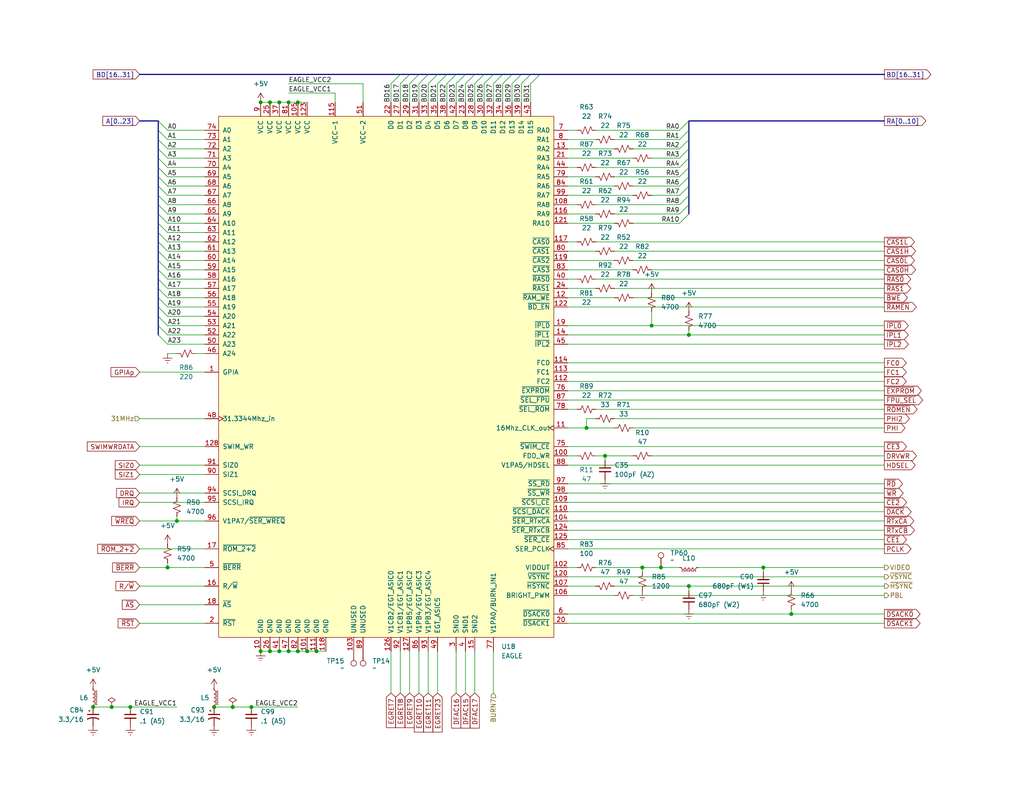
<source format=kicad_sch>
(kicad_sch (version 20250114) (generator "eeschema") (generator_version "9.0")
  (paper "USLetter")
  (title_block (title "Macintosh Classic II") (date "2025-05-25") (company "Apple Computer") (comment 1 "drawn by Bradley Bell"))
  (junction (at 30.48 193.04))
  (junction (at 187.96 91.44))
  (junction (at 76.2 27.94))
  (junction (at 83.82 177.8))
  (junction (at 35.56 193.04))
  (junction (at 73.66 27.94))
  (junction (at 78.74 177.8))
  (junction (at 81.28 177.8))
  (junction (at 175.26 154.94))
  (junction (at 86.36 177.8))
  (junction (at 58.42 193.04))
  (junction (at 177.8 88.9))
  (junction (at 25.4 193.04))
  (junction (at 81.28 27.94))
  (junction (at 187.96 160.02))
  (junction (at 71.12 27.94))
  (junction (at 73.66 177.8))
  (junction (at 160.02 116.84))
  (junction (at 165.1 124.46))
  (junction (at 76.2 177.8))
  (junction (at 180.34 154.94))
  (junction (at 78.74 27.94))
  (junction (at 68.58 193.04))
  (junction (at 63.5 193.04))
  (junction (at 48.26 142.24))
  (junction (at 215.9 167.64))
  (junction (at 45.72 154.94))
  (junction (at 208.28 154.94))
  (junction (at 71.12 177.8))
  (bus_entry (at 43.18 33.02) (size 2.54 2.54))
  (bus_entry (at 185.42 40.64) (size 2.54 -2.54))
  (bus_entry (at 185.42 55.88) (size 2.54 -2.54))
  (bus_entry (at 185.42 38.1) (size 2.54 -2.54))
  (bus_entry (at 185.42 53.34) (size 2.54 -2.54))
  (bus_entry (at 43.18 66.04) (size 2.54 2.54))
  (bus_entry (at 185.42 45.72) (size 2.54 -2.54))
  (bus_entry (at 43.18 68.58) (size 2.54 2.54))
  (bus_entry (at 185.42 48.26) (size 2.54 -2.54))
  (bus_entry (at 43.18 88.9) (size 2.54 2.54))
  (bus_entry (at 142.24 22.86) (size 2.54 -2.54))
  (bus_entry (at 116.84 22.86) (size 2.54 -2.54))
  (bus_entry (at 43.18 53.34) (size 2.54 2.54))
  (bus_entry (at 43.18 63.5) (size 2.54 2.54))
  (bus_entry (at 43.18 38.1) (size 2.54 2.54))
  (bus_entry (at 43.18 81.28) (size 2.54 2.54))
  (bus_entry (at 43.18 83.82) (size 2.54 2.54))
  (bus_entry (at 43.18 55.88) (size 2.54 2.54))
  (bus_entry (at 43.18 40.64) (size 2.54 2.54))
  (bus_entry (at 109.22 22.86) (size 2.54 -2.54))
  (bus_entry (at 43.18 71.12) (size 2.54 2.54))
  (bus_entry (at 43.18 73.66) (size 2.54 2.54))
  (bus_entry (at 124.46 22.86) (size 2.54 -2.54))
  (bus_entry (at 185.42 58.42) (size 2.54 -2.54))
  (bus_entry (at 134.62 22.86) (size 2.54 -2.54))
  (bus_entry (at 129.54 22.86) (size 2.54 -2.54))
  (bus_entry (at 43.18 60.96) (size 2.54 2.54))
  (bus_entry (at 43.18 58.42) (size 2.54 2.54))
  (bus_entry (at 43.18 45.72) (size 2.54 2.54))
  (bus_entry (at 114.3 22.86) (size 2.54 -2.54))
  (bus_entry (at 121.92 22.86) (size 2.54 -2.54))
  (bus_entry (at 137.16 22.86) (size 2.54 -2.54))
  (bus_entry (at 127 22.86) (size 2.54 -2.54))
  (bus_entry (at 185.42 50.8) (size 2.54 -2.54))
  (bus_entry (at 43.18 86.36) (size 2.54 2.54))
  (bus_entry (at 144.78 22.86) (size 2.54 -2.54))
  (bus_entry (at 185.42 35.56) (size 2.54 -2.54))
  (bus_entry (at 185.42 60.96) (size 2.54 -2.54))
  (bus_entry (at 43.18 78.74) (size 2.54 2.54))
  (bus_entry (at 43.18 50.8) (size 2.54 2.54))
  (bus_entry (at 139.7 22.86) (size 2.54 -2.54))
  (bus_entry (at 43.18 43.18) (size 2.54 2.54))
  (bus_entry (at 43.18 35.56) (size 2.54 2.54))
  (bus_entry (at 43.18 76.2) (size 2.54 2.54))
  (bus_entry (at 119.38 22.86) (size 2.54 -2.54))
  (bus_entry (at 43.18 48.26) (size 2.54 2.54))
  (bus_entry (at 185.42 43.18) (size 2.54 -2.54))
  (bus_entry (at 111.76 22.86) (size 2.54 -2.54))
  (bus_entry (at 132.08 22.86) (size 2.54 -2.54))
  (bus_entry (at 43.18 91.44) (size 2.54 2.54))
  (bus_entry (at 106.68 22.86) (size 2.54 -2.54))
  (wire (pts (xy 172.72 73.66) (xy 154.94 73.66)))
  (wire (pts (xy 154.94 160.02) (xy 162.56 160.02)))
  (wire (pts (xy 45.72 60.96) (xy 55.88 60.96)))
  (wire (pts (xy 38.1 114.3) (xy 55.88 114.3)))
  (wire (pts (xy 45.72 68.58) (xy 55.88 68.58)))
  (bus (pts (xy 144.78 20.32) (xy 147.32 20.32)))
  (wire (pts (xy 81.28 27.94) (xy 83.82 27.94)))
  (wire (pts (xy 109.22 189.23) (xy 109.22 177.8)))
  (bus (pts (xy 142.24 20.32) (xy 144.78 20.32)))
  (wire (pts (xy 175.26 154.94) (xy 162.56 154.94)))
  (bus (pts (xy 43.18 50.8) (xy 43.18 48.26)))
  (bus (pts (xy 116.84 20.32) (xy 119.38 20.32)))
  (wire (pts (xy 160.02 114.3) (xy 160.02 116.84)))
  (wire (pts (xy 71.12 177.8) (xy 73.66 177.8)))
  (wire (pts (xy 160.02 116.84) (xy 154.94 116.84)))
  (wire (pts (xy 162.56 38.1) (xy 154.94 38.1)))
  (bus (pts (xy 43.18 86.36) (xy 43.18 83.82)))
  (bus (pts (xy 124.46 20.32) (xy 127 20.32)))
  (wire (pts (xy 187.96 90.17) (xy 187.96 91.44)))
  (wire (pts (xy 45.72 35.56) (xy 55.88 35.56)))
  (wire (pts (xy 124.46 189.23) (xy 124.46 177.8)))
  (wire (pts (xy 241.3 88.9) (xy 177.8 88.9)))
  (bus (pts (xy 187.96 45.72) (xy 187.96 43.18)))
  (wire (pts (xy 78.74 22.86) (xy 99.06 22.86)))
  (bus (pts (xy 43.18 81.28) (xy 43.18 78.74)))
  (wire (pts (xy 38.1 134.62) (xy 55.88 134.62)))
  (bus (pts (xy 43.18 55.88) (xy 43.18 53.34)))
  (wire (pts (xy 185.42 38.1) (xy 167.64 38.1)))
  (wire (pts (xy 83.82 177.8) (xy 86.36 177.8)))
  (wire (pts (xy 241.3 170.18) (xy 154.94 170.18)))
  (wire (pts (xy 45.72 48.26) (xy 55.88 48.26)))
  (wire (pts (xy 106.68 189.23) (xy 106.68 177.8)))
  (wire (pts (xy 154.94 139.7) (xy 241.3 139.7)))
  (wire (pts (xy 241.3 73.66) (xy 177.8 73.66)))
  (wire (pts (xy 157.48 55.88) (xy 154.94 55.88)))
  (wire (pts (xy 162.56 66.04) (xy 241.3 66.04)))
  (wire (pts (xy 167.64 78.74) (xy 241.3 78.74)))
  (bus (pts (xy 139.7 20.32) (xy 142.24 20.32)))
  (wire (pts (xy 185.42 48.26) (xy 167.64 48.26)))
  (bus (pts (xy 187.96 55.88) (xy 187.96 53.34)))
  (wire (pts (xy 154.94 99.06) (xy 241.3 99.06)))
  (wire (pts (xy 167.64 60.96) (xy 154.94 60.96)))
  (wire (pts (xy 78.74 27.94) (xy 81.28 27.94)))
  (wire (pts (xy 165.1 124.46) (xy 165.1 125.73)))
  (wire (pts (xy 157.48 35.56) (xy 154.94 35.56)))
  (bus (pts (xy 43.18 63.5) (xy 43.18 60.96)))
  (wire (pts (xy 114.3 189.23) (xy 114.3 177.8)))
  (wire (pts (xy 48.26 142.24) (xy 55.88 142.24)))
  (wire (pts (xy 167.64 160.02) (xy 187.96 160.02)))
  (wire (pts (xy 241.3 114.3) (xy 167.64 114.3)))
  (wire (pts (xy 38.1 121.92) (xy 55.88 121.92)))
  (wire (pts (xy 124.46 22.86) (xy 124.46 27.94)))
  (wire (pts (xy 241.3 116.84) (xy 172.72 116.84)))
  (wire (pts (xy 154.94 137.16) (xy 241.3 137.16)))
  (bus (pts (xy 43.18 48.26) (xy 43.18 45.72)))
  (wire (pts (xy 177.8 88.9) (xy 154.94 88.9)))
  (wire (pts (xy 241.3 83.82) (xy 154.94 83.82)))
  (bus (pts (xy 43.18 66.04) (xy 43.18 63.5)))
  (bus (pts (xy 43.18 88.9) (xy 43.18 86.36)))
  (wire (pts (xy 111.76 22.86) (xy 111.76 27.94)))
  (bus (pts (xy 43.18 76.2) (xy 43.18 73.66)))
  (wire (pts (xy 185.42 40.64) (xy 172.72 40.64)))
  (wire (pts (xy 45.72 78.74) (xy 55.88 78.74)))
  (wire (pts (xy 167.64 40.64) (xy 154.94 40.64)))
  (wire (pts (xy 208.28 154.94) (xy 241.3 154.94)))
  (wire (pts (xy 241.3 167.64) (xy 215.9 167.64)))
  (wire (pts (xy 154.94 109.22) (xy 241.3 109.22)))
  (bus (pts (xy 132.08 20.32) (xy 134.62 20.32)))
  (wire (pts (xy 165.1 124.46) (xy 162.56 124.46)))
  (wire (pts (xy 45.72 58.42) (xy 55.88 58.42)))
  (wire (pts (xy 154.94 101.6) (xy 241.3 101.6)))
  (wire (pts (xy 109.22 22.86) (xy 109.22 27.94)))
  (wire (pts (xy 68.58 193.04) (xy 63.5 193.04)))
  (wire (pts (xy 71.12 27.94) (xy 73.66 27.94)))
  (wire (pts (xy 162.56 114.3) (xy 160.02 114.3)))
  (wire (pts (xy 45.72 93.98) (xy 55.88 93.98)))
  (wire (pts (xy 154.94 149.86) (xy 241.3 149.86)))
  (wire (pts (xy 38.1 137.16) (xy 55.88 137.16)))
  (wire (pts (xy 38.1 160.02) (xy 55.88 160.02)))
  (wire (pts (xy 121.92 22.86) (xy 121.92 27.94)))
  (wire (pts (xy 45.72 73.66) (xy 55.88 73.66)))
  (wire (pts (xy 187.96 91.44) (xy 154.94 91.44)))
  (wire (pts (xy 162.56 68.58) (xy 154.94 68.58)))
  (wire (pts (xy 38.1 170.18) (xy 55.88 170.18)))
  (bus (pts (xy 43.18 91.44) (xy 43.18 88.9)))
  (wire (pts (xy 185.42 154.94) (xy 180.34 154.94)))
  (wire (pts (xy 78.74 25.4) (xy 91.44 25.4)))
  (wire (pts (xy 241.3 71.12) (xy 172.72 71.12)))
  (wire (pts (xy 35.56 193.04) (xy 48.26 193.04)))
  (wire (pts (xy 45.72 81.28) (xy 55.88 81.28)))
  (bus (pts (xy 187.96 50.8) (xy 187.96 48.26)))
  (wire (pts (xy 172.72 53.34) (xy 154.94 53.34)))
  (wire (pts (xy 53.34 96.52) (xy 55.88 96.52)))
  (wire (pts (xy 208.28 154.94) (xy 208.28 156.21)))
  (bus (pts (xy 187.96 40.64) (xy 187.96 38.1)))
  (wire (pts (xy 134.62 22.86) (xy 134.62 27.94)))
  (bus (pts (xy 119.38 20.32) (xy 121.92 20.32)))
  (wire (pts (xy 45.72 45.72) (xy 55.88 45.72)))
  (wire (pts (xy 185.42 58.42) (xy 167.64 58.42)))
  (wire (pts (xy 119.38 189.23) (xy 119.38 177.8)))
  (wire (pts (xy 38.1 129.54) (xy 55.88 129.54)))
  (bus (pts (xy 187.96 58.42) (xy 187.96 55.88)))
  (wire (pts (xy 154.94 93.98) (xy 241.3 93.98)))
  (bus (pts (xy 43.18 83.82) (xy 43.18 81.28)))
  (wire (pts (xy 45.72 53.34) (xy 55.88 53.34)))
  (bus (pts (xy 121.92 20.32) (xy 124.46 20.32)))
  (bus (pts (xy 137.16 20.32) (xy 139.7 20.32)))
  (wire (pts (xy 157.48 154.94) (xy 154.94 154.94)))
  (wire (pts (xy 81.28 193.04) (xy 68.58 193.04)))
  (wire (pts (xy 185.42 50.8) (xy 172.72 50.8)))
  (bus (pts (xy 187.96 43.18) (xy 187.96 40.64)))
  (wire (pts (xy 187.96 160.02) (xy 241.3 160.02)))
  (wire (pts (xy 154.94 132.08) (xy 241.3 132.08)))
  (wire (pts (xy 45.72 76.2) (xy 55.88 76.2)))
  (wire (pts (xy 157.48 45.72) (xy 154.94 45.72)))
  (wire (pts (xy 167.64 71.12) (xy 154.94 71.12)))
  (wire (pts (xy 177.8 43.18) (xy 185.42 43.18)))
  (bus (pts (xy 43.18 38.1) (xy 43.18 35.56)))
  (wire (pts (xy 129.54 22.86) (xy 129.54 27.94)))
  (wire (pts (xy 45.72 63.5) (xy 55.88 63.5)))
  (bus (pts (xy 43.18 71.12) (xy 43.18 68.58)))
  (wire (pts (xy 45.72 83.82) (xy 55.88 83.82)))
  (wire (pts (xy 241.3 144.78) (xy 154.94 144.78)))
  (wire (pts (xy 162.56 78.74) (xy 154.94 78.74)))
  (wire (pts (xy 172.72 124.46) (xy 165.1 124.46)))
  (bus (pts (xy 114.3 20.32) (xy 116.84 20.32)))
  (wire (pts (xy 45.72 153.67) (xy 45.72 154.94)))
  (wire (pts (xy 129.54 189.23) (xy 129.54 177.8)))
  (bus (pts (xy 111.76 20.32) (xy 114.3 20.32)))
  (wire (pts (xy 45.72 43.18) (xy 55.88 43.18)))
  (wire (pts (xy 241.3 81.28) (xy 172.72 81.28)))
  (bus (pts (xy 129.54 20.32) (xy 132.08 20.32)))
  (wire (pts (xy 185.42 60.96) (xy 172.72 60.96)))
  (wire (pts (xy 154.94 121.92) (xy 241.3 121.92)))
  (wire (pts (xy 241.3 162.56) (xy 172.72 162.56)))
  (wire (pts (xy 45.72 66.04) (xy 55.88 66.04)))
  (bus (pts (xy 43.18 78.74) (xy 43.18 76.2)))
  (wire (pts (xy 180.34 154.94) (xy 175.26 154.94)))
  (bus (pts (xy 43.18 68.58) (xy 43.18 66.04)))
  (wire (pts (xy 162.56 111.76) (xy 241.3 111.76)))
  (wire (pts (xy 132.08 22.86) (xy 132.08 27.94)))
  (bus (pts (xy 43.18 53.34) (xy 43.18 50.8)))
  (wire (pts (xy 127 177.8) (xy 127 189.23)))
  (wire (pts (xy 175.26 154.94) (xy 175.26 156.21)))
  (wire (pts (xy 241.3 157.48) (xy 154.94 157.48)))
  (wire (pts (xy 154.94 104.14) (xy 241.3 104.14)))
  (bus (pts (xy 43.18 40.64) (xy 43.18 38.1)))
  (wire (pts (xy 162.56 58.42) (xy 154.94 58.42)))
  (wire (pts (xy 91.44 25.4) (xy 91.44 27.94)))
  (wire (pts (xy 154.94 167.64) (xy 215.9 167.64)))
  (wire (pts (xy 55.88 127) (xy 38.1 127)))
  (bus (pts (xy 187.96 48.26) (xy 187.96 45.72)))
  (wire (pts (xy 116.84 177.8) (xy 116.84 189.23)))
  (bus (pts (xy 43.18 58.42) (xy 43.18 55.88)))
  (wire (pts (xy 177.8 53.34) (xy 185.42 53.34)))
  (wire (pts (xy 162.56 48.26) (xy 154.94 48.26)))
  (bus (pts (xy 38.1 20.32) (xy 109.22 20.32)))
  (wire (pts (xy 38.1 154.94) (xy 45.72 154.94)))
  (bus (pts (xy 187.96 38.1) (xy 187.96 35.56)))
  (wire (pts (xy 241.3 142.24) (xy 154.94 142.24)))
  (wire (pts (xy 167.64 68.58) (xy 241.3 68.58)))
  (wire (pts (xy 127 22.86) (xy 127 27.94)))
  (bus (pts (xy 109.22 20.32) (xy 111.76 20.32)))
  (wire (pts (xy 157.48 124.46) (xy 154.94 124.46)))
  (wire (pts (xy 45.72 154.94) (xy 55.88 154.94)))
  (wire (pts (xy 38.1 149.86) (xy 55.88 149.86)))
  (wire (pts (xy 45.72 50.8) (xy 55.88 50.8)))
  (bus (pts (xy 147.32 20.32) (xy 241.3 20.32)))
  (wire (pts (xy 111.76 189.23) (xy 111.76 177.8)))
  (bus (pts (xy 38.1 33.02) (xy 43.18 33.02)))
  (wire (pts (xy 48.26 140.97) (xy 48.26 142.24)))
  (wire (pts (xy 76.2 177.8) (xy 78.74 177.8)))
  (wire (pts (xy 142.24 22.86) (xy 142.24 27.94)))
  (wire (pts (xy 30.48 193.04) (xy 35.56 193.04)))
  (wire (pts (xy 167.64 81.28) (xy 154.94 81.28)))
  (wire (pts (xy 215.9 166.37) (xy 215.9 167.64)))
  (wire (pts (xy 139.7 22.86) (xy 139.7 27.94)))
  (wire (pts (xy 76.2 27.94) (xy 78.74 27.94)))
  (wire (pts (xy 157.48 66.04) (xy 154.94 66.04)))
  (wire (pts (xy 38.1 142.24) (xy 48.26 142.24)))
  (wire (pts (xy 86.36 177.8) (xy 88.9 177.8)))
  (wire (pts (xy 185.42 45.72) (xy 162.56 45.72)))
  (wire (pts (xy 154.94 147.32) (xy 241.3 147.32)))
  (bus (pts (xy 187.96 33.02) (xy 241.3 33.02)))
  (wire (pts (xy 81.28 177.8) (xy 83.82 177.8)))
  (wire (pts (xy 45.72 96.52) (xy 48.26 96.52)))
  (wire (pts (xy 185.42 55.88) (xy 162.56 55.88)))
  (bus (pts (xy 187.96 53.34) (xy 187.96 50.8)))
  (wire (pts (xy 167.64 50.8) (xy 154.94 50.8)))
  (wire (pts (xy 45.72 55.88) (xy 55.88 55.88)))
  (wire (pts (xy 190.5 154.94) (xy 208.28 154.94)))
  (wire (pts (xy 162.56 76.2) (xy 241.3 76.2)))
  (wire (pts (xy 154.94 134.62) (xy 241.3 134.62)))
  (bus (pts (xy 43.18 45.72) (xy 43.18 43.18)))
  (wire (pts (xy 45.72 38.1) (xy 55.88 38.1)))
  (wire (pts (xy 187.96 161.29) (xy 187.96 160.02)))
  (wire (pts (xy 177.8 85.09) (xy 177.8 88.9)))
  (wire (pts (xy 63.5 193.04) (xy 58.42 193.04)))
  (wire (pts (xy 134.62 189.23) (xy 134.62 177.8)))
  (wire (pts (xy 144.78 22.86) (xy 144.78 27.94)))
  (wire (pts (xy 25.4 193.04) (xy 30.48 193.04)))
  (wire (pts (xy 99.06 22.86) (xy 99.06 27.94)))
  (wire (pts (xy 73.66 27.94) (xy 76.2 27.94)))
  (wire (pts (xy 185.42 35.56) (xy 162.56 35.56)))
  (wire (pts (xy 137.16 22.86) (xy 137.16 27.94)))
  (bus (pts (xy 43.18 43.18) (xy 43.18 40.64)))
  (wire (pts (xy 106.68 22.86) (xy 106.68 27.94)))
  (wire (pts (xy 116.84 22.86) (xy 116.84 27.94)))
  (wire (pts (xy 172.72 43.18) (xy 154.94 43.18)))
  (wire (pts (xy 78.74 177.8) (xy 81.28 177.8)))
  (bus (pts (xy 43.18 35.56) (xy 43.18 33.02)))
  (wire (pts (xy 157.48 76.2) (xy 154.94 76.2)))
  (wire (pts (xy 45.72 71.12) (xy 55.88 71.12)))
  (wire (pts (xy 167.64 162.56) (xy 154.94 162.56)))
  (wire (pts (xy 45.72 40.64) (xy 55.88 40.64)))
  (wire (pts (xy 45.72 86.36) (xy 55.88 86.36)))
  (wire (pts (xy 241.3 91.44) (xy 187.96 91.44)))
  (wire (pts (xy 119.38 22.86) (xy 119.38 27.94)))
  (wire (pts (xy 157.48 111.76) (xy 154.94 111.76)))
  (wire (pts (xy 38.1 165.1) (xy 55.88 165.1)))
  (wire (pts (xy 241.3 124.46) (xy 177.8 124.46)))
  (bus (pts (xy 134.62 20.32) (xy 137.16 20.32)))
  (wire (pts (xy 241.3 106.68) (xy 154.94 106.68)))
  (wire (pts (xy 45.72 91.44) (xy 55.88 91.44)))
  (bus (pts (xy 43.18 73.66) (xy 43.18 71.12)))
  (wire (pts (xy 45.72 88.9) (xy 55.88 88.9)))
  (wire (pts (xy 38.1 101.6) (xy 55.88 101.6)))
  (wire (pts (xy 114.3 22.86) (xy 114.3 27.94)))
  (bus (pts (xy 187.96 35.56) (xy 187.96 33.02)))
  (bus (pts (xy 127 20.32) (xy 129.54 20.32)))
  (wire (pts (xy 154.94 127) (xy 241.3 127)))
  (bus (pts (xy 43.18 60.96) (xy 43.18 58.42)))
  (wire (pts (xy 73.66 177.8) (xy 76.2 177.8)))
  (wire (pts (xy 167.64 116.84) (xy 160.02 116.84)))
  (label "RA3" (at 185.42 43.18 180))
  (label "A13" (at 45.72 68.58 0))
  (label "A2" (at 45.72 40.64 0))
  (label "RA1" (at 185.42 38.1 180))
  (label "A20" (at 45.72 86.36 0))
  (label "BD31" (at 144.78 22.86 270))
  (label "A21" (at 45.72 88.9 0))
  (label "A8" (at 45.72 55.88 0))
  (label "A6" (at 45.72 50.8 0))
  (label "A19" (at 45.72 83.82 0))
  (label "A0" (at 45.72 35.56 0))
  (label "EAGLE_VCC2" (at 81.28 193.04 180))
  (label "RA4" (at 185.42 45.72 180))
  (label "BD20" (at 116.84 22.86 270))
  (label "RA8" (at 185.42 55.88 180))
  (label "BD22" (at 121.92 22.86 270))
  (label "A4" (at 45.72 45.72 0))
  (label "A17" (at 45.72 78.74 0))
  (label "RA0" (at 185.42 35.56 180))
  (label "BD23" (at 124.46 22.86 270))
  (label "RA6" (at 185.42 50.8 180))
  (label "BD29" (at 139.7 22.86 270))
  (label "A5" (at 45.72 48.26 0))
  (label "A16" (at 45.72 76.2 0))
  (label "A18" (at 45.72 81.28 0))
  (label "BD28" (at 137.16 22.86 270))
  (label "BD21" (at 119.38 22.86 270))
  (label "EAGLE_VCC1" (at 48.26 193.04 180))
  (label "BD26" (at 132.08 22.86 270))
  (label "BD16" (at 106.68 22.86 270))
  (label "A23" (at 45.72 93.98 0))
  (label "RA5" (at 185.42 48.26 180))
  (label "A11" (at 45.72 63.5 0))
  (label "A10" (at 45.72 60.96 0))
  (label "A15" (at 45.72 73.66 0))
  (label "A1" (at 45.72 38.1 0))
  (label "RA9" (at 185.42 58.42 180))
  (label "RA7" (at 185.42 53.34 180))
  (label "BD19" (at 114.3 22.86 270))
  (label "BD17" (at 109.22 22.86 270))
  (label "RA10" (at 185.42 60.96 180))
  (label "A7" (at 45.72 53.34 0))
  (label "A3" (at 45.72 43.18 0))
  (label "BD25" (at 129.54 22.86 270))
  (label "BD30" (at 142.24 22.86 270))
  (label "EAGLE_VCC1" (at 78.74 25.4 0))
  (label "BD27" (at 134.62 22.86 270))
  (label "RA2" (at 185.42 40.64 180))
  (label "BD24" (at 127 22.86 270))
  (label "A12" (at 45.72 66.04 0))
  (label "A22" (at 45.72 91.44 0))
  (label "A9" (at 45.72 58.42 0))
  (label "BD18" (at 111.76 22.86 270))
  (label "EAGLE_VCC2" (at 78.74 22.86 0))
  (label "A14" (at 45.72 71.12 0))
  (global_label "BD[16..31]" (shape output) (at 241.3 20.32 0) (property "Intersheetrefs" "${INTERSHEET_REFS}" (at 254.5662 20.32 0) (effects (justify left))))
  (global_label "~{DACK}" (shape output) (at 241.3 139.7 0) (property "Intersheetrefs" "${INTERSHEET_REFS}" (at 249.1838 139.7 0) (effects (justify left))))
  (global_label "~{ROM_2+2}" (shape input) (at 38.1 149.86 180) (property "Intersheetrefs" "${INTERSHEET_REFS}" (at 26.1039 149.86 0) (effects (justify right))))
  (global_label "EGRET10" (shape input) (at 114.3 189.23 270) (property "Intersheetrefs" "${INTERSHEET_REFS}" (at 114.3 200.4398 90) (effects (justify right))))
  (global_label "~{IPL0}" (shape output) (at 241.3 88.9 0) (property "Intersheetrefs" "${INTERSHEET_REFS}" (at 248.3976 88.9 0) (effects (justify left))))
  (global_label "~{RTxCB}" (shape output) (at 241.3 144.78 0) (property "Intersheetrefs" "${INTERSHEET_REFS}" (at 250.0909 144.78 0) (effects (justify left))))
  (global_label "~{BERR}" (shape input) (at 38.1 154.94 180) (property "Intersheetrefs" "${INTERSHEET_REFS}" (at 30.1558 154.94 0) (effects (justify right))))
  (global_label "HDSEL" (shape output) (at 241.3 127 0) (property "Intersheetrefs" "${INTERSHEET_REFS}" (at 250.2723 127 0) (effects (justify left))))
  (global_label "~{RAMEN}" (shape output) (at 241.3 83.82 0) (property "Intersheetrefs" "${INTERSHEET_REFS}" (at 250.5747 83.82 0) (effects (justify left))))
  (global_label "~{IPL1}" (shape output) (at 241.3 91.44 0) (property "Intersheetrefs" "${INTERSHEET_REFS}" (at 248.3976 91.44 0) (effects (justify left))))
  (global_label "DRVWR" (shape output) (at 241.3 124.46 0) (property "Intersheetrefs" "${INTERSHEET_REFS}" (at 250.6352 124.46 0) (effects (justify left))))
  (global_label "~{DSACK1}" (shape output) (at 241.3 170.18 0) (property "Intersheetrefs" "${INTERSHEET_REFS}" (at 251.6028 170.18 0) (effects (justify left))))
  (global_label "~{RD}" (shape output) (at 241.3 132.08 0) (property "Intersheetrefs" "${INTERSHEET_REFS}" (at 246.8252 132.08 0) (effects (justify left))))
  (global_label "~{FPU_SEL}" (shape output) (at 241.3 109.22 0) (property "Intersheetrefs" "${INTERSHEET_REFS}" (at 252.3285 109.22 0) (effects (justify left))))
  (global_label "EGRET9" (shape input) (at 111.76 189.23 270) (property "Intersheetrefs" "${INTERSHEET_REFS}" (at 111.76 199.2303 90) (effects (justify right))))
  (global_label "DFAC16" (shape input) (at 124.46 189.23 270) (property "Intersheetrefs" "${INTERSHEET_REFS}" (at 124.46 199.3514 90) (effects (justify right))))
  (global_label "~{RAS0}" (shape output) (at 241.3 76.2 0) (property "Intersheetrefs" "${INTERSHEET_REFS}" (at 249.0628 76.2 0) (effects (justify left))))
  (global_label "SIZ1" (shape input) (at 38.1 129.54 180) (property "Intersheetrefs" "${INTERSHEET_REFS}" (at 30.8815 129.54 0) (effects (justify right))))
  (global_label "~{CAS0L}" (shape output) (at 241.3 71.12 0) (property "Intersheetrefs" "${INTERSHEET_REFS}" (at 250.0909 71.12 0) (effects (justify left))))
  (global_label "SIZ0" (shape input) (at 38.1 127 180) (property "Intersheetrefs" "${INTERSHEET_REFS}" (at 30.8815 127 0) (effects (justify right))))
  (global_label "~{ROMEN}" (shape output) (at 241.3 111.76 0) (property "Intersheetrefs" "${INTERSHEET_REFS}" (at 250.8166 111.76 0) (effects (justify left))))
  (global_label "~{WREQ}" (shape input) (at 38.1 142.24 180) (property "Intersheetrefs" "${INTERSHEET_REFS}" (at 29.9139 142.24 0) (effects (justify right))))
  (global_label "EGRET7" (shape input) (at 106.68 189.23 270) (property "Intersheetrefs" "${INTERSHEET_REFS}" (at 106.68 199.2303 90) (effects (justify right))))
  (global_label "~{DSACK0}" (shape output) (at 241.3 167.64 0) (property "Intersheetrefs" "${INTERSHEET_REFS}" (at 251.6028 167.64 0) (effects (justify left))))
  (global_label "SWIMWRDATA" (shape input) (at 38.1 121.92 180) (property "Intersheetrefs" "${INTERSHEET_REFS}" (at 23.2615 121.92 0) (effects (justify right))))
  (global_label "~{RAS1}" (shape output) (at 241.3 78.74 0) (property "Intersheetrefs" "${INTERSHEET_REFS}" (at 249.0628 78.74 0) (effects (justify left))))
  (global_label "~{EXPROM}" (shape output) (at 241.3 106.68 0) (property "Intersheetrefs" "${INTERSHEET_REFS}" (at 251.9656 106.68 0) (effects (justify left))))
  (global_label "R{slash}~{W}" (shape input) (at 38.1 160.02 180) (property "Intersheetrefs" "${INTERSHEET_REFS}" (at 31.0629 160.02 0) (effects (justify right))))
  (global_label "A[0..23]" (shape input) (at 38.1 33.02 180) (property "Intersheetrefs" "${INTERSHEET_REFS}" (at 27.4947 33.02 0) (effects (justify right))))
  (global_label "EGRET23" (shape input) (at 119.38 189.23 270) (property "Intersheetrefs" "${INTERSHEET_REFS}" (at 119.38 200.4398 90) (effects (justify right))))
  (global_label "GPIAp" (shape input) (at 38.1 101.6 180) (property "Intersheetrefs" "${INTERSHEET_REFS}" (at 29.7324 101.6 0) (effects (justify right))))
  (global_label "DFAC15" (shape input) (at 127 189.23 270) (property "Intersheetrefs" "${INTERSHEET_REFS}" (at 127 199.3514 90) (effects (justify right))))
  (global_label "~{CAS0H}" (shape output) (at 241.3 73.66 0) (property "Intersheetrefs" "${INTERSHEET_REFS}" (at 250.3933 73.66 0) (effects (justify left))))
  (global_label "FC0" (shape output) (at 241.3 99.06 0) (property "Intersheetrefs" "${INTERSHEET_REFS}" (at 247.8533 99.06 0) (effects (justify left))))
  (global_label "~{CAS1L}" (shape output) (at 241.3 66.04 0) (property "Intersheetrefs" "${INTERSHEET_REFS}" (at 250.0909 66.04 0) (effects (justify left))))
  (global_label "DRQ" (shape input) (at 38.1 134.62 180) (property "Intersheetrefs" "${INTERSHEET_REFS}" (at 31.2443 134.62 0) (effects (justify right))))
  (global_label "~{IPL2}" (shape output) (at 241.3 93.98 0) (property "Intersheetrefs" "${INTERSHEET_REFS}" (at 248.3976 93.98 0) (effects (justify left))))
  (global_label "PHI2" (shape output) (at 241.3 114.3 0) (property "Intersheetrefs" "${INTERSHEET_REFS}" (at 248.7 114.3 0) (effects (justify left))))
  (global_label "~{RST}" (shape input) (at 38.1 170.18 180) (property "Intersheetrefs" "${INTERSHEET_REFS}" (at 31.6677 170.18 0) (effects (justify right))))
  (global_label "~{CE1}" (shape output) (at 241.3 147.32 0) (property "Intersheetrefs" "${INTERSHEET_REFS}" (at 247.9137 147.32 0) (effects (justify left))))
  (global_label "FC1" (shape output) (at 241.3 101.6 0) (property "Intersheetrefs" "${INTERSHEET_REFS}" (at 247.8533 101.6 0) (effects (justify left))))
  (global_label "~{CAS1H}" (shape output) (at 241.3 68.58 0) (property "Intersheetrefs" "${INTERSHEET_REFS}" (at 250.3933 68.58 0) (effects (justify left))))
  (global_label "~{WR}" (shape output) (at 241.3 134.62 0) (property "Intersheetrefs" "${INTERSHEET_REFS}" (at 247.0066 134.62 0) (effects (justify left))))
  (global_label "IRQ" (shape input) (at 38.1 137.16 180) (property "Intersheetrefs" "${INTERSHEET_REFS}" (at 31.9095 137.16 0) (effects (justify right))))
  (global_label "FC2" (shape output) (at 241.3 104.14 0) (property "Intersheetrefs" "${INTERSHEET_REFS}" (at 247.8533 104.14 0) (effects (justify left))))
  (global_label "EGRET8" (shape input) (at 109.22 189.23 270) (property "Intersheetrefs" "${INTERSHEET_REFS}" (at 109.22 199.2303 90) (effects (justify right))))
  (global_label "BD[16..31]" (shape input) (at 38.1 20.32 180) (property "Intersheetrefs" "${INTERSHEET_REFS}" (at 24.8338 20.32 0) (effects (justify right))))
  (global_label "~{BWE}" (shape output) (at 241.3 81.28 0) (property "Intersheetrefs" "${INTERSHEET_REFS}" (at 248.1556 81.28 0) (effects (justify left))))
  (global_label "DFAC17" (shape input) (at 129.54 189.23 270) (property "Intersheetrefs" "${INTERSHEET_REFS}" (at 129.54 199.3514 90) (effects (justify right))))
  (global_label "~{CE3}" (shape output) (at 241.3 121.92 0) (property "Intersheetrefs" "${INTERSHEET_REFS}" (at 247.9137 121.92 0) (effects (justify left))))
  (global_label "EGRET11" (shape input) (at 116.84 189.23 270) (property "Intersheetrefs" "${INTERSHEET_REFS}" (at 116.84 200.4398 90) (effects (justify right))))
  (global_label "~{CE2}" (shape output) (at 241.3 137.16 0) (property "Intersheetrefs" "${INTERSHEET_REFS}" (at 247.9137 137.16 0) (effects (justify left))))
  (global_label "RA[0..10]" (shape output) (at 241.3 33.02 0) (property "Intersheetrefs" "${INTERSHEET_REFS}" (at 253.1753 33.02 0) (effects (justify left))))
  (global_label "~{AS}" (shape input) (at 38.1 165.1 180) (property "Intersheetrefs" "${INTERSHEET_REFS}" (at 32.8167 165.1 0) (effects (justify right))))
  (global_label "PCLK" (shape output) (at 241.3 149.86 0) (property "Intersheetrefs" "${INTERSHEET_REFS}" (at 249.1233 149.86 0) (effects (justify left))))
  (global_label "PHI" (shape output) (at 241.3 116.84 0) (property "Intersheetrefs" "${INTERSHEET_REFS}" (at 247.4905 116.84 0) (effects (justify left))))
  (global_label "~{RTxCA}" (shape output) (at 241.3 142.24 0) (property "Intersheetrefs" "${INTERSHEET_REFS}" (at 249.9095 142.24 0) (effects (justify left))))
  (hierarchical_label "31MHz" (shape input) (at 38.1 114.3 180))
  (hierarchical_label "BURN7" (shape input) (at 134.62 189.23 270))
  (hierarchical_label "~{HSYNC}" (shape output) (at 241.3 160.02 0))
  (hierarchical_label "VIDEO" (shape output) (at 241.3 154.94 0))
  (hierarchical_label "PBL" (shape output) (at 241.3 162.56 0))
  (hierarchical_label "~{VSYNC}" (shape output) (at 241.3 157.48 0))
  (symbol (lib_id "power:GNDREF") (at 68.58 198.12 0) (unit 1)
    (property "Reference" "#PWR082" (effects (hide yes)))
    (property "Value" "GND" (effects (hide yes)))
    (property "Description" "Power symbol creates a global label with name \"GNDREF\" , reference supply ground" (effects (hide yes)))
  )
  (symbol (lib_id "power:+5V") (at 48.26 135.89 0) (unit 1)
    (property "Reference" "#PWR099" (effects (hide yes)))
    (property "Value" "+5V" (at 48.26 130.81 0))
    (property "Description" "Power symbol creates a global label with name \"+5V\"" (effects (hide yes)))
  )
  (symbol (lib_id "Device:C_Small") (at 187.96 163.83 180) (unit 1)
    (property "Reference" "C97" (at 190.5 162.5535 0) (effects (justify right)))
    (property "Value" "680pF (W2)" (at 190.5 165.0935 0) (effects (justify right)))
    (property "Footprint" "MyPackage:SMD_1206_3216Metric_Pad1.65x1.27mm" (effects (hide yes)))
    (property "Description" "Unpolarized capacitor, small symbol" (effects (hide yes)))
  )
  (symbol (lib_id "power:+5V") (at 71.12 27.94 0) (unit 1)
    (property "Reference" "#PWR077" (effects (hide yes)))
    (property "Value" "+5V" (at 71.12 22.86 0))
    (property "Description" "Power symbol creates a global label with name \"+5V\"" (effects (hide yes)))
  )
  (symbol (lib_id "power:PWR_FLAG") (at 63.5 193.04 0) (unit 1)
    (property "Reference" "#FLG015" (effects (hide yes)))
    (property "Value" "PWR_FLAG" (effects (hide yes)))
    (property "Description" "Special symbol for telling ERC where power comes from" (effects (hide yes)))
  )
  (symbol (lib_id "Device:L_Ferrite_Small") (at 187.96 154.94 90) (mirror x) (unit 1)
    (property "Reference" "L10" (at 187.96 152.4 90))
    (property "Value" "L_Ferrite_Small" (effects (hide yes)))
    (property "Footprint" "MyPackage:L_2010_5025Metric_Pad2.0x2.2mm_HandSolder" (effects (hide yes)))
    (property "Description" "Inductor with ferrite core, small symbol" (effects (hide yes)))
  )
  (symbol (lib_id "Device:R_Small_US") (at 170.18 60.96 90) (mirror x) (unit 1)
    (property "Reference" "R94" (at 170.18 54.61 90))
    (property "Value" "22" (at 170.18 57.15 90))
    (property "Footprint" "MyPackage:SMD_0805_2012Metric_Pad1.25x1.65mm" (effects (hide yes)))
    (property "Description" "Resistor, small US symbol" (effects (hide yes)))
  )
  (symbol (lib_id "power:GNDREF") (at 187.96 166.37 0) (unit 1)
    (property "Reference" "#PWR086" (effects (hide yes)))
    (property "Value" "GND" (effects (hide yes)))
    (property "Description" "Power symbol creates a global label with name \"GNDREF\" , reference supply ground" (effects (hide yes)))
  )
  (symbol (lib_id "Device:R_Small_US") (at 45.72 151.13 0) (unit 1)
    (property "Reference" "R59" (at 48.26 149.8599 0) (effects (justify left)))
    (property "Value" "4700" (at 48.26 152.3999 0) (effects (justify left)))
    (property "Footprint" "MyPackage:SMD_0805_2012Metric_Pad1.25x1.65mm" (effects (hide yes)))
    (property "Description" "Resistor, small US symbol" (effects (hide yes)))
  )
  (symbol (lib_id "Connector:TestPoint") (at 180.34 154.94 0) (unit 1)
    (property "Reference" "TP60" (at 182.88 151.0029 0) (effects (justify left)))
    (property "Value" "~" (at 182.88 152.908 0) (effects (justify left)))
    (property "Footprint" "TestPoint:TestPoint_THTPad_D1.0mm_Drill0.5mm" (effects (hide yes)))
    (property "Description" "test point" (effects (hide yes)))
  )
  (symbol (lib_id "Device:R_Small_US") (at 175.26 158.75 0) (mirror y) (unit 1)
    (property "Reference" "R85" (at 177.8 157.4799 0) (effects (justify right)))
    (property "Value" "1200" (at 177.8 160.0199 0) (effects (justify right)))
    (property "Footprint" "MyPackage:SMD_0805_2012Metric_Pad1.25x1.65mm" (effects (hide yes)))
    (property "Description" "Resistor, small US symbol" (effects (hide yes)))
  )
  (symbol (lib_id "Device:C_Small") (at 208.28 158.75 0) (mirror x) (unit 1)
    (property "Reference" "C90" (at 205.74 157.4735 0) (effects (justify right)))
    (property "Value" "680pF (W1)" (at 205.74 160.0135 0) (effects (justify right)))
    (property "Footprint" "MyPackage:SMD_0603_1608Metric_Pad1.52x1.02mm" (effects (hide yes)))
    (property "Description" "Unpolarized capacitor, small symbol" (effects (hide yes)))
  )
  (symbol (lib_id "power:PWR_FLAG") (at 30.48 193.04 0) (unit 1)
    (property "Reference" "#FLG016" (effects (hide yes)))
    (property "Value" "PWR_FLAG" (effects (hide yes)))
    (property "Description" "Special symbol for telling ERC where power comes from" (effects (hide yes)))
  )
  (symbol (lib_id "power:GNDREF") (at 58.42 198.12 0) (mirror y) (unit 1)
    (property "Reference" "#PWR0216" (effects (hide yes)))
    (property "Value" "GND" (effects (hide yes)))
    (property "Description" "Power symbol creates a global label with name \"GNDREF\" , reference supply ground" (effects (hide yes)))
  )
  (symbol (lib_id "Device:R_Small_US") (at 187.96 87.63 0) (mirror x) (unit 1)
    (property "Reference" "R77" (at 190.5 86.3599 0) (effects (justify left)))
    (property "Value" "4700" (at 190.5 88.8999 0) (effects (justify left)))
    (property "Footprint" "MyPackage:SMD_0805_2012Metric_Pad1.25x1.65mm" (effects (hide yes)))
    (property "Description" "Resistor, small US symbol" (effects (hide yes)))
  )
  (symbol (lib_id "power:GNDREF") (at 35.56 198.12 0) (mirror y) (unit 1)
    (property "Reference" "#PWR0255" (effects (hide yes)))
    (property "Value" "GND" (effects (hide yes)))
    (property "Description" "Power symbol creates a global label with name \"GNDREF\" , reference supply ground" (effects (hide yes)))
  )
  (symbol (lib_id "power:+5V") (at 25.4 187.96 0) (unit 1)
    (property "Reference" "#PWR0254" (effects (hide yes)))
    (property "Value" "+5V" (at 25.4 182.88 0))
    (property "Description" "Power symbol creates a global label with name \"+5V\"" (effects (hide yes)))
  )
  (symbol (lib_id "Device:C_Polarized_Small_US") (at 25.4 195.58 0) (unit 1)
    (property "Reference" "C84" (at 22.86 193.8781 0) (effects (justify right)))
    (property "Value" "3.3/16" (at 22.86 196.4181 0) (effects (justify right)))
    (property "Footprint" "MyPackage:CP_EIA-3528-21_Kemet-B_Pad3.0x2.35mm_HandSolder" (effects (hide yes)))
    (property "Description" "Polarized capacitor, small US symbol" (effects (hide yes)))
  )
  (symbol (lib_id "power:+5V") (at 58.42 187.96 0) (unit 1)
    (property "Reference" "#PWR0215" (effects (hide yes)))
    (property "Value" "+5V" (at 58.42 182.88 0))
    (property "Description" "Power symbol creates a global label with name \"+5V\"" (effects (hide yes)))
  )
  (symbol (lib_id "Device:R_Small_US") (at 160.02 111.76 90) (unit 1)
    (property "Reference" "R89" (at 160.02 105.41 90))
    (property "Value" "22" (at 160.02 107.95 90))
    (property "Footprint" "MyPackage:SMD_0805_2012Metric_Pad1.25x1.65mm" (effects (hide yes)))
    (property "Description" "Resistor, small US symbol" (effects (hide yes)))
  )
  (symbol (lib_id "Device:R_Small_US") (at 215.9 163.83 0) (mirror y) (unit 1)
    (property "Reference" "R66" (at 218.44 162.5599 0) (effects (justify right)))
    (property "Value" "4700" (at 218.44 165.0999 0) (effects (justify right)))
    (property "Footprint" "MyPackage:SMD_0805_2012Metric_Pad1.25x1.65mm" (effects (hide yes)))
    (property "Description" "Resistor, small US symbol" (effects (hide yes)))
  )
  (symbol (lib_id "power:GNDREF") (at 45.72 96.52 0) (mirror y) (unit 1)
    (property "Reference" "#PWR0299" (effects (hide yes)))
    (property "Value" "GND" (effects (hide yes)))
    (property "Description" "Power symbol creates a global label with name \"GNDREF\" , reference supply ground" (effects (hide yes)))
  )
  (symbol (lib_id "power:GNDREF") (at 165.1 130.81 0) (unit 1)
    (property "Reference" "#PWR085" (effects (hide yes)))
    (property "Value" "GND" (effects (hide yes)))
    (property "Description" "Power symbol creates a global label with name \"GNDREF\" , reference supply ground" (effects (hide yes)))
  )
  (symbol (lib_id "power:+5V") (at 215.9 161.29 0) (mirror y) (unit 1)
    (property "Reference" "#PWR053" (effects (hide yes)))
    (property "Value" "+5V" (at 215.9 156.21 0))
    (property "Description" "Power symbol creates a global label with name \"+5V\"" (effects (hide yes)))
  )
  (symbol (lib_id "Device:L_Ferrite_Small") (at 25.4 190.5 0) (unit 1)
    (property "Reference" "L6" (at 24.13 190.4999 0) (effects (justify right)))
    (property "Value" "L_Ferrite_Small" (effects (hide yes)))
    (property "Footprint" "MyPackage:L_2010_5025Metric_Pad2.0x2.2mm_HandSolder" (effects (hide yes)))
    (property "Description" "Inductor with ferrite core, small symbol" (effects (hide yes)))
  )
  (symbol (lib_id "Connector:TestPoint") (at 99.06 177.8 180) (unit 1)
    (property "Reference" "TP14" (at 101.6 180.4669 0) (effects (justify right)))
    (property "Value" "~" (at 101.6 182.372 0) (effects (justify right)))
    (property "Footprint" "TestPoint:TestPoint_THTPad_D1.0mm_Drill0.5mm" (effects (hide yes)))
    (property "Description" "test point" (effects (hide yes)))
  )
  (symbol (lib_id "Device:R_Small_US") (at 160.02 154.94 90) (unit 1)
    (property "Reference" "R83" (at 160.02 148.59 90))
    (property "Value" "100" (at 160.02 151.13 90))
    (property "Footprint" "MyPackage:SMD_0805_2012Metric_Pad1.25x1.65mm" (effects (hide yes)))
    (property "Description" "Resistor, small US symbol" (effects (hide yes)))
  )
  (symbol (lib_id "Device:R_Small_US") (at 165.1 78.74 270) (mirror x) (unit 1)
    (property "Reference" "R92" (at 165.1 72.39 90))
    (property "Value" "22" (at 165.1 74.93 90))
    (property "Footprint" "MyPackage:SMD_0805_2012Metric_Pad1.25x1.65mm" (effects (hide yes)))
    (property "Description" "Resistor, small US symbol" (effects (hide yes)))
  )
  (symbol (lib_id "Device:R_Small_US") (at 170.18 71.12 90) (mirror x) (unit 1)
    (property "Reference" "R52" (at 170.18 64.77 90))
    (property "Value" "22" (at 170.18 67.31 90))
    (property "Footprint" "MyPackage:SMD_0805_2012Metric_Pad1.25x1.65mm" (effects (hide yes)))
    (property "Description" "Resistor, small US symbol" (effects (hide yes)))
  )
  (symbol (lib_id "Device:R_Small_US") (at 160.02 124.46 90) (mirror x) (unit 1)
    (property "Reference" "R11" (at 160.02 128.27 90))
    (property "Value" "47" (at 160.02 130.81 90))
    (property "Footprint" "MyPackage:SMD_0805_2012Metric_Pad1.25x1.65mm" (effects (hide yes)))
    (property "Description" "Resistor, small US symbol" (effects (hide yes)))
  )
  (symbol (lib_id "Device:R_Small_US") (at 175.26 124.46 90) (mirror x) (unit 1)
    (property "Reference" "R10" (at 175.26 118.11 90))
    (property "Value" "47" (at 175.26 120.65 90))
    (property "Footprint" "MyPackage:SMD_0805_2012Metric_Pad1.25x1.65mm" (effects (hide yes)))
    (property "Description" "Resistor, small US symbol" (effects (hide yes)))
  )
  (symbol (lib_id "Device:R_Small_US") (at 160.02 66.04 90) (mirror x) (unit 1)
    (property "Reference" "R58" (at 160.02 59.69 90))
    (property "Value" "22" (at 160.02 62.23 90))
    (property "Footprint" "MyPackage:SMD_0805_2012Metric_Pad1.25x1.65mm" (effects (hide yes)))
    (property "Description" "Resistor, small US symbol" (effects (hide yes)))
  )
  (symbol (lib_id "Device:R_Small_US") (at 165.1 114.3 270) (unit 1)
    (property "Reference" "R72" (at 165.1 107.95 90))
    (property "Value" "33" (at 165.1 110.49 90))
    (property "Footprint" "MyPackage:SMD_0805_2012Metric_Pad1.25x1.65mm" (effects (hide yes)))
    (property "Description" "Resistor, small US symbol" (effects (hide yes)))
  )
  (symbol (lib_id "AppleASIC:EAGLE") (at 104.14 106.68 0) (unit 1)
    (property "Reference" "U18" (at 136.7633 176.53 0) (effects (justify left)))
    (property "Value" "EAGLE" (at 136.7633 179.07 0) (effects (justify left)))
    (property "Footprint" "MyPackage:TQFP-128_28x28mm_P0.8mm" (effects (hide yes)))
    (property "Description" "Apple ASIC used on Macintosh Classic II and Performa 200" (effects (hide yes)))
  )
  (symbol (lib_id "Device:C_Small") (at 35.56 195.58 0) (unit 1)
    (property "Reference" "C91" (at 38.1 194.3162 0) (effects (justify left)))
    (property "Value" ".1 (A5)" (at 38.1 196.8562 0) (effects (justify left)))
    (property "Footprint" "MyPackage:SMD_0603_1608Metric_Pad1.52x1.02mm" (effects (hide yes)))
    (property "Description" "Unpolarized capacitor, small symbol" (effects (hide yes)))
  )
  (symbol (lib_id "Device:L_Ferrite_Small") (at 58.42 190.5 0) (unit 1)
    (property "Reference" "L5" (at 57.15 190.4999 0) (effects (justify right)))
    (property "Value" "L_Ferrite_Small" (effects (hide yes)))
    (property "Footprint" "MyPackage:L_2010_5025Metric_Pad2.0x2.2mm_HandSolder" (effects (hide yes)))
    (property "Description" "Inductor with ferrite core, small symbol" (effects (hide yes)))
  )
  (symbol (lib_id "Device:R_Small_US") (at 160.02 76.2 270) (mirror x) (unit 1)
    (property "Reference" "R81" (at 160.02 80.01 90))
    (property "Value" "22" (at 160.02 82.55 90))
    (property "Footprint" "MyPackage:SMD_0805_2012Metric_Pad1.25x1.65mm" (effects (hide yes)))
    (property "Description" "Resistor, small US symbol" (effects (hide yes)))
  )
  (symbol (lib_id "Device:C_Polarized_Small_US") (at 58.42 195.58 0) (unit 1)
    (property "Reference" "C93" (at 55.88 193.8781 0) (effects (justify right)))
    (property "Value" "3.3/16" (at 55.88 196.4181 0) (effects (justify right)))
    (property "Footprint" "MyPackage:CP_EIA-3528-21_Kemet-B_Pad3.0x2.35mm_HandSolder" (effects (hide yes)))
    (property "Description" "Polarized capacitor, small US symbol" (effects (hide yes)))
  )
  (symbol (lib_id "Device:R_Small_US") (at 175.26 53.34 90) (mirror x) (unit 1)
    (property "Reference" "R56" (at 175.26 46.99 90))
    (property "Value" "22" (at 175.26 49.53 90))
    (property "Footprint" "MyPackage:SMD_0805_2012Metric_Pad1.25x1.65mm" (effects (hide yes)))
    (property "Description" "Resistor, small US symbol" (effects (hide yes)))
  )
  (symbol (lib_id "Device:R_Small_US") (at 165.1 58.42 90) (mirror x) (unit 1)
    (property "Reference" "R62" (at 165.1 52.07 90))
    (property "Value" "22" (at 165.1 54.61 90))
    (property "Footprint" "MyPackage:SMD_0805_2012Metric_Pad1.25x1.65mm" (effects (hide yes)))
    (property "Description" "Resistor, small US symbol" (effects (hide yes)))
  )
  (symbol (lib_id "Device:C_Small") (at 165.1 128.27 0) (unit 1)
    (property "Reference" "C35" (at 167.64 127.0062 0) (effects (justify left)))
    (property "Value" "100pF (AZ)" (at 167.64 129.5462 0) (effects (justify left)))
    (property "Footprint" "MyPackage:SMD_0603_1608Metric_Pad1.52x1.02mm" (effects (hide yes)))
    (property "Description" "Unpolarized capacitor, small symbol" (effects (hide yes)))
  )
  (symbol (lib_id "power:GNDREF") (at 25.4 198.12 0) (mirror y) (unit 1)
    (property "Reference" "#PWR0253" (effects (hide yes)))
    (property "Value" "GND" (effects (hide yes)))
    (property "Description" "Power symbol creates a global label with name \"GNDREF\" , reference supply ground" (effects (hide yes)))
  )
  (symbol (lib_id "Device:R_Small_US") (at 177.8 82.55 0) (mirror y) (unit 1)
    (property "Reference" "R80" (at 180.34 81.2799 0) (effects (justify right)))
    (property "Value" "4700" (at 180.34 83.8199 0) (effects (justify right)))
    (property "Footprint" "MyPackage:SMD_0805_2012Metric_Pad1.25x1.65mm" (effects (hide yes)))
    (property "Description" "Resistor, small US symbol" (effects (hide yes)))
  )
  (symbol (lib_id "Device:R_Small_US") (at 165.1 160.02 90) (mirror x) (unit 1)
    (property "Reference" "R76" (at 165.1 153.67 90))
    (property "Value" "47" (at 165.1 156.21 90))
    (property "Footprint" "MyPackage:SMD_0805_2012Metric_Pad1.25x1.65mm" (effects (hide yes)))
    (property "Description" "Resistor, small US symbol" (effects (hide yes)))
  )
  (symbol (lib_id "Device:R_Small_US") (at 160.02 55.88 90) (mirror x) (unit 1)
    (property "Reference" "R61" (at 160.02 49.53 90))
    (property "Value" "22" (at 160.02 52.07 90))
    (property "Footprint" "MyPackage:SMD_0805_2012Metric_Pad1.25x1.65mm" (effects (hide yes)))
    (property "Description" "Resistor, small US symbol" (effects (hide yes)))
  )
  (symbol (lib_id "power:GNDREF") (at 175.26 161.29 0) (unit 1)
    (property "Reference" "#PWR0228" (effects (hide yes)))
    (property "Value" "GND" (effects (hide yes)))
    (property "Description" "Power symbol creates a global label with name \"GNDREF\" , reference supply ground" (effects (hide yes)))
  )
  (symbol (lib_id "Device:R_Small_US") (at 170.18 50.8 90) (mirror x) (unit 1)
    (property "Reference" "R67" (at 170.18 44.45 90))
    (property "Value" "22" (at 170.18 46.99 90))
    (property "Footprint" "MyPackage:SMD_0805_2012Metric_Pad1.25x1.65mm" (effects (hide yes)))
    (property "Description" "Resistor, small US symbol" (effects (hide yes)))
  )
  (symbol (lib_id "Device:C_Small") (at 68.58 195.58 0) (unit 1)
    (property "Reference" "C99" (at 71.12 194.3162 0) (effects (justify left)))
    (property "Value" ".1 (A5)" (at 71.12 196.8562 0) (effects (justify left)))
    (property "Footprint" "MyPackage:SMD_0603_1608Metric_Pad1.52x1.02mm" (effects (hide yes)))
    (property "Description" "Unpolarized capacitor, small symbol" (effects (hide yes)))
  )
  (symbol (lib_id "Device:R_Small_US") (at 160.02 45.72 270) (mirror x) (unit 1)
    (property "Reference" "R87" (at 160.02 39.37 90))
    (property "Value" "22" (at 160.02 41.91 90))
    (property "Footprint" "MyPackage:SMD_0805_2012Metric_Pad1.25x1.65mm" (effects (hide yes)))
    (property "Description" "Resistor, small US symbol" (effects (hide yes)))
  )
  (symbol (lib_id "Device:R_Small_US") (at 160.02 35.56 270) (mirror x) (unit 1)
    (property "Reference" "R63" (at 160.02 29.21 90))
    (property "Value" "22" (at 160.02 31.75 90))
    (property "Footprint" "MyPackage:SMD_0805_2012Metric_Pad1.25x1.65mm" (effects (hide yes)))
    (property "Description" "Resistor, small US symbol" (effects (hide yes)))
  )
  (symbol (lib_id "power:+5V") (at 187.96 85.09 0) (unit 1)
    (property "Reference" "#PWR0202" (effects (hide yes)))
    (property "Value" "+5V" (at 187.96 80.01 0))
    (property "Description" "Power symbol creates a global label with name \"+5V\"" (effects (hide yes)))
  )
  (symbol (lib_id "power:GNDREF") (at 208.28 161.29 0) (unit 1)
    (property "Reference" "#PWR088" (effects (hide yes)))
    (property "Value" "GND" (effects (hide yes)))
    (property "Description" "Power symbol creates a global label with name \"GNDREF\" , reference supply ground" (effects (hide yes)))
  )
  (symbol (lib_id "Device:R_Small_US") (at 165.1 48.26 90) (mirror x) (unit 1)
    (property "Reference" "R73" (at 165.1 41.91 90))
    (property "Value" "22" (at 165.1 44.45 90))
    (property "Footprint" "MyPackage:SMD_0805_2012Metric_Pad1.25x1.65mm" (effects (hide yes)))
    (property "Description" "Resistor, small US symbol" (effects (hide yes)))
  )
  (symbol (lib_id "Connector:TestPoint") (at 96.52 177.8 180) (unit 1)
    (property "Reference" "TP15" (at 93.98 180.4669 0) (effects (justify left)))
    (property "Value" "~" (at 93.98 182.372 0) (effects (justify left)))
    (property "Footprint" "TestPoint:TestPoint_THTPad_D1.0mm_Drill0.5mm" (effects (hide yes)))
    (property "Description" "test point" (effects (hide yes)))
  )
  (symbol (lib_id "power:+5V") (at 45.72 148.59 0) (unit 1)
    (property "Reference" "#PWR054" (effects (hide yes)))
    (property "Value" "+5V" (at 45.72 143.51 0))
    (property "Description" "Power symbol creates a global label with name \"+5V\"" (effects (hide yes)))
  )
  (symbol (lib_id "Device:R_Small_US") (at 170.18 40.64 270) (mirror x) (unit 1)
    (property "Reference" "R75" (at 170.18 34.29 90))
    (property "Value" "22" (at 170.18 36.83 90))
    (property "Footprint" "MyPackage:SMD_0805_2012Metric_Pad1.25x1.65mm" (effects (hide yes)))
    (property "Description" "Resistor, small US symbol" (effects (hide yes)))
  )
  (symbol (lib_id "Device:R_Small_US") (at 170.18 162.56 90) (unit 1)
    (property "Reference" "R49" (at 170.18 156.21 90))
    (property "Value" "47" (at 170.18 158.75 90))
    (property "Footprint" "MyPackage:SMD_0805_2012Metric_Pad1.25x1.65mm" (effects (hide yes)))
    (property "Description" "Resistor, small US symbol" (effects (hide yes)))
  )
  (symbol (lib_id "power:GNDREF") (at 71.12 177.8 0) (unit 1)
    (property "Reference" "#PWR080" (effects (hide yes)))
    (property "Value" "GND" (effects (hide yes)))
    (property "Description" "Power symbol creates a global label with name \"GNDREF\" , reference supply ground" (effects (hide yes)))
  )
  (symbol (lib_id "Device:R_Small_US") (at 170.18 81.28 270) (mirror x) (unit 1)
    (property "Reference" "R78" (at 170.18 74.93 90))
    (property "Value" "22" (at 170.18 77.47 90))
    (property "Footprint" "MyPackage:SMD_0805_2012Metric_Pad1.25x1.65mm" (effects (hide yes)))
    (property "Description" "Resistor, small US symbol" (effects (hide yes)))
  )
  (symbol (lib_id "Device:R_Small_US") (at 170.18 116.84 270) (unit 1)
    (property "Reference" "R71" (at 170.18 110.49 90))
    (property "Value" "33" (at 170.18 113.03 90))
    (property "Footprint" "MyPackage:SMD_0805_2012Metric_Pad1.25x1.65mm" (effects (hide yes)))
    (property "Description" "Resistor, small US symbol" (effects (hide yes)))
  )
  (symbol (lib_id "power:+5V") (at 177.8 80.01 0) (unit 1)
    (property "Reference" "#PWR0227" (effects (hide yes)))
    (property "Value" "+5V" (at 177.8 74.93 0))
    (property "Description" "Power symbol creates a global label with name \"+5V\"" (effects (hide yes)))
  )
  (symbol (lib_id "Device:R_Small_US") (at 165.1 68.58 90) (mirror x) (unit 1)
    (property "Reference" "R79" (at 165.1 62.23 90))
    (property "Value" "22" (at 165.1 64.77 90))
    (property "Footprint" "MyPackage:SMD_0805_2012Metric_Pad1.25x1.65mm" (effects (hide yes)))
    (property "Description" "Resistor, small US symbol" (effects (hide yes)))
  )
  (symbol (lib_id "Device:R_Small_US") (at 165.1 38.1 270) (mirror x) (unit 1)
    (property "Reference" "R74" (at 165.1 31.75 90))
    (property "Value" "22" (at 165.1 34.29 90))
    (property "Footprint" "MyPackage:SMD_0805_2012Metric_Pad1.25x1.65mm" (effects (hide yes)))
    (property "Description" "Resistor, small US symbol" (effects (hide yes)))
  )
  (symbol (lib_id "Device:R_Small_US") (at 175.26 73.66 90) (mirror x) (unit 1)
    (property "Reference" "R82" (at 175.26 67.31 90))
    (property "Value" "22" (at 175.26 69.85 90))
    (property "Footprint" "MyPackage:SMD_0805_2012Metric_Pad1.25x1.65mm" (effects (hide yes)))
    (property "Description" "Resistor, small US symbol" (effects (hide yes)))
  )
  (symbol (lib_id "Device:R_Small_US") (at 48.26 138.43 0) (mirror y) (unit 1)
    (property "Reference" "R50" (at 50.8 137.1599 0) (effects (justify right)))
    (property "Value" "4700" (at 50.8 139.6999 0) (effects (justify right)))
    (property "Footprint" "MyPackage:SMD_0805_2012Metric_Pad1.25x1.65mm" (effects (hide yes)))
    (property "Description" "Resistor, small US symbol" (effects (hide yes)))
  )
  (symbol (lib_id "Device:R_Small_US") (at 175.26 43.18 270) (mirror x) (unit 1)
    (property "Reference" "R68" (at 175.26 36.83 90))
    (property "Value" "22" (at 175.26 39.37 90))
    (property "Footprint" "MyPackage:SMD_0805_2012Metric_Pad1.25x1.65mm" (effects (hide yes)))
    (property "Description" "Resistor, small US symbol" (effects (hide yes)))
  )
  (symbol (lib_id "Device:R_Small_US") (at 50.8 96.52 90) (mirror x) (unit 1)
    (property "Reference" "R86" (at 50.8 100.33 90))
    (property "Value" "220" (at 50.8 102.87 90))
    (property "Footprint" "MyPackage:SMD_0805_2012Metric_Pad1.25x1.65mm" (effects (hide yes)))
    (property "Description" "Resistor, small US symbol" (effects (hide yes)))
  )
)
</source>
